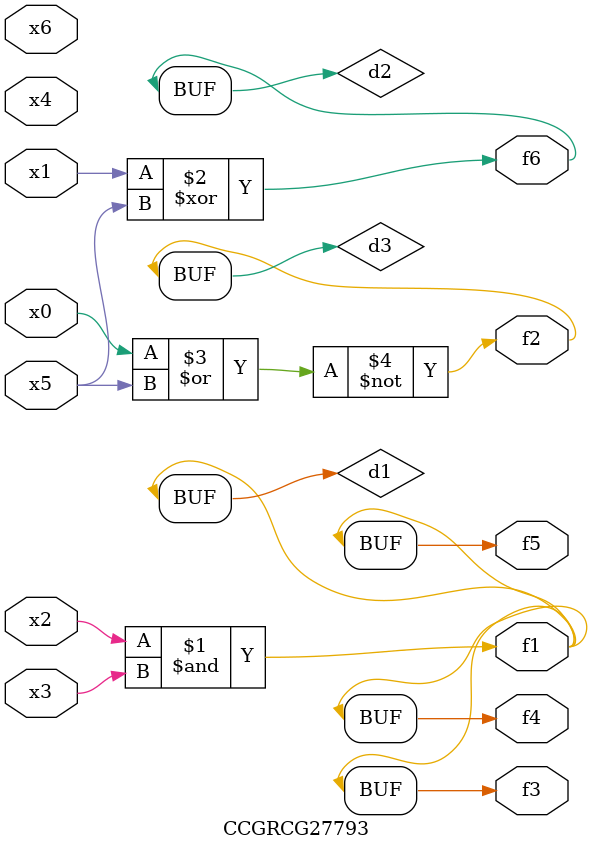
<source format=v>
module CCGRCG27793(
	input x0, x1, x2, x3, x4, x5, x6,
	output f1, f2, f3, f4, f5, f6
);

	wire d1, d2, d3;

	and (d1, x2, x3);
	xor (d2, x1, x5);
	nor (d3, x0, x5);
	assign f1 = d1;
	assign f2 = d3;
	assign f3 = d1;
	assign f4 = d1;
	assign f5 = d1;
	assign f6 = d2;
endmodule

</source>
